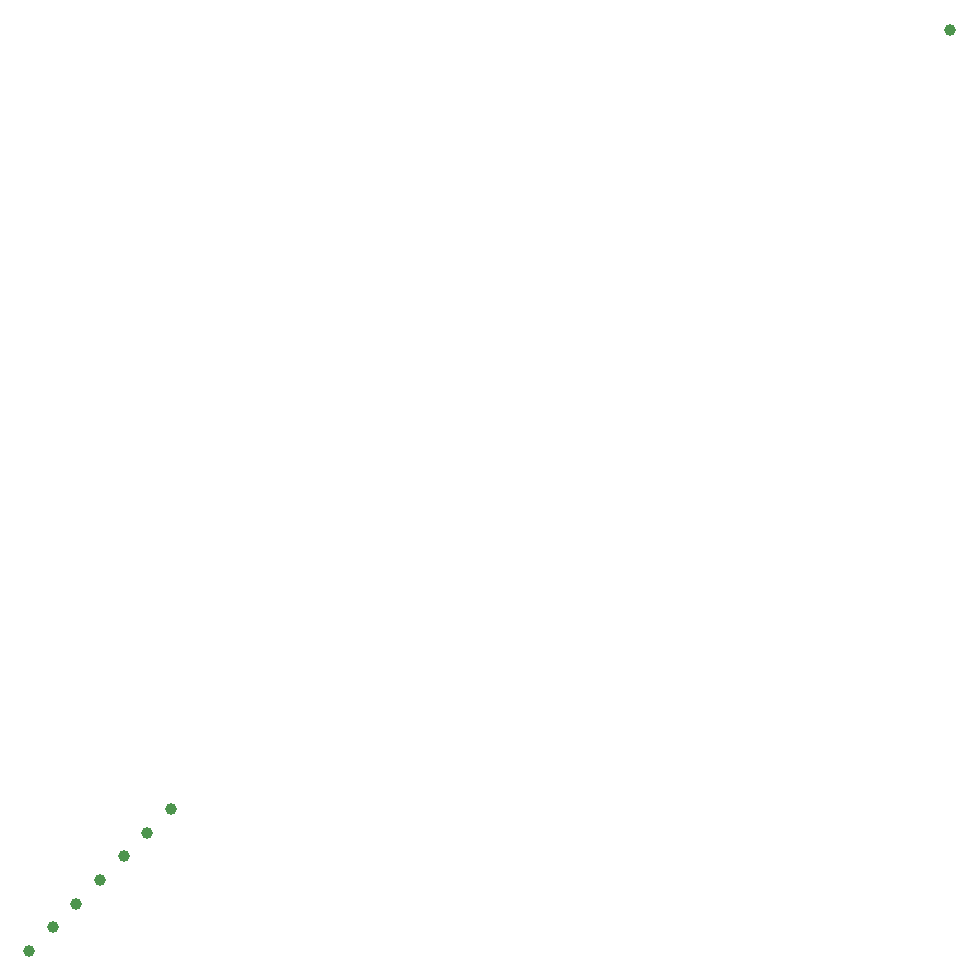
<source format=gbr>
G04 Examples for testing time performance of Gerber parsers*
%FSLAX26Y26*%
%MOMM*%
%ADD10C,1*%
%LPD*%
D10*
X0Y0D03*
X78000000Y78000000D03*
X2000000Y2000000D03*
X4000000Y4000000D03*
X6000000Y6000000D03*
X8000000Y8000000D03*
X10000000Y10000000D03*
X12000000Y12000000D03*
M02*

</source>
